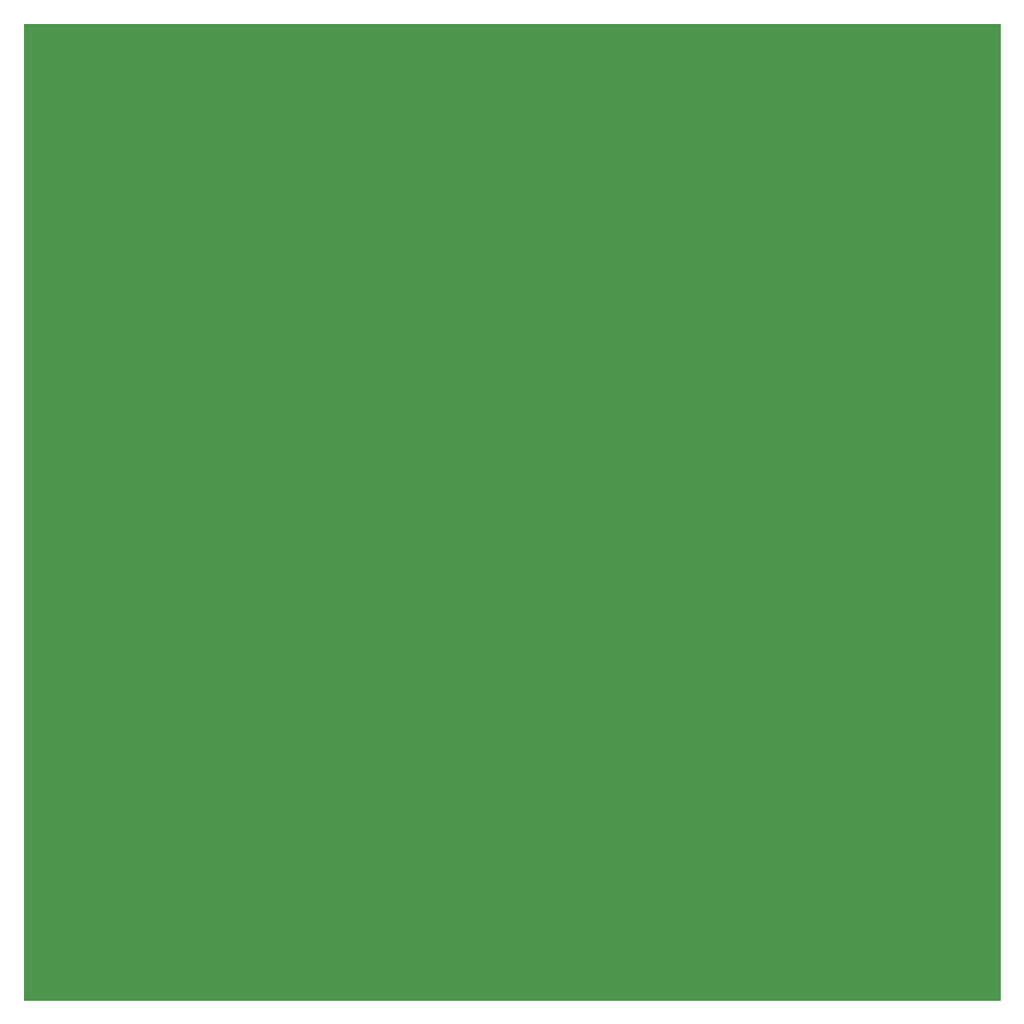
<source format=gbr>
G04 #@! TF.FileFunction,Profile,NP*
%FSLAX46Y46*%
G04 Gerber Fmt 4.6, Leading zero omitted, Abs format (unit mm)*
G04 Created by KiCad (PCBNEW 4.0.7+dfsg1-1~bpo9+1) date Wed May  2 15:36:30 2018*
%MOMM*%
%LPD*%
G01*
G04 APERTURE LIST*
%ADD10C,0.100000*%
%ADD11C,0.001000*%
G04 APERTURE END LIST*
D10*
D11*
G36*
X173989500Y-182244500D02*
X74295500Y-182244500D01*
X74295500Y-82550500D01*
X173989500Y-82550500D01*
X173989500Y-182244500D01*
X173989500Y-182244500D01*
G37*
X173989500Y-182244500D02*
X74295500Y-182244500D01*
X74295500Y-82550500D01*
X173989500Y-82550500D01*
X173989500Y-182244500D01*
M02*

</source>
